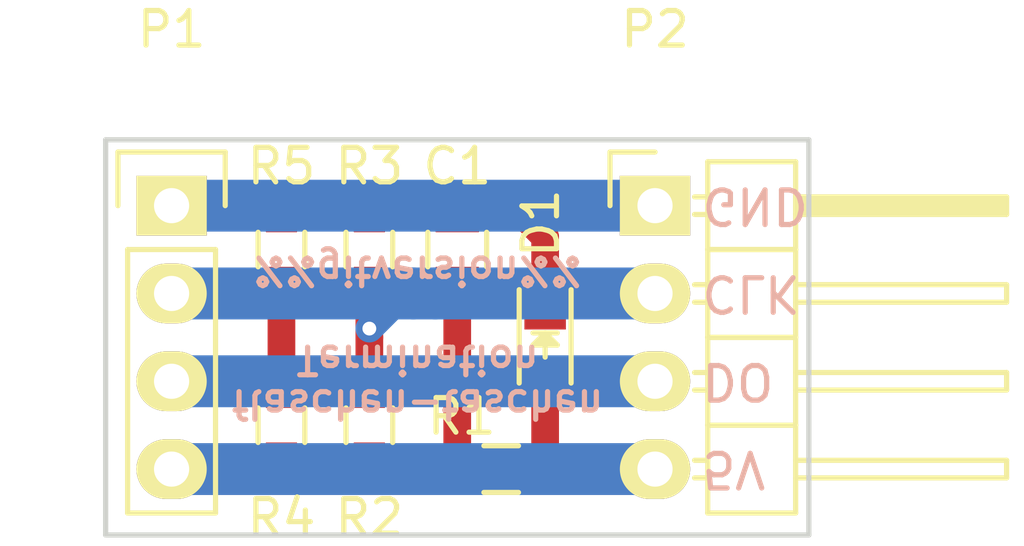
<source format=kicad_pcb>
(kicad_pcb (version 4) (host pcbnew "(2016-01-05 BZR 6425, Git 89c183f)-product")

  (general
    (links 17)
    (no_connects 3)
    (area 147.244999 95.174999 167.715001 106.755001)
    (thickness 1.6)
    (drawings 9)
    (tracks 35)
    (zones 0)
    (modules 9)
    (nets 6)
  )

  (page A4)
  (layers
    (0 F.Cu signal)
    (31 B.Cu signal)
    (32 B.Adhes user)
    (33 F.Adhes user)
    (34 B.Paste user)
    (35 F.Paste user)
    (36 B.SilkS user)
    (37 F.SilkS user)
    (38 B.Mask user)
    (39 F.Mask user)
    (40 Dwgs.User user)
    (41 Cmts.User user)
    (42 Eco1.User user)
    (43 Eco2.User user)
    (44 Edge.Cuts user)
    (45 Margin user)
    (46 B.CrtYd user)
    (47 F.CrtYd user)
    (48 B.Fab user)
    (49 F.Fab user)
  )

  (setup
    (last_trace_width 0.8)
    (user_trace_width 1.5)
    (trace_clearance 0.2)
    (zone_clearance 0.508)
    (zone_45_only no)
    (trace_min 0.2)
    (segment_width 0.2)
    (edge_width 0.15)
    (via_size 0.6)
    (via_drill 0.4)
    (via_min_size 0.4)
    (via_min_drill 0.3)
    (uvia_size 0.3)
    (uvia_drill 0.1)
    (uvias_allowed no)
    (uvia_min_size 0.2)
    (uvia_min_drill 0.1)
    (pcb_text_width 0.3)
    (pcb_text_size 1.5 1.5)
    (mod_edge_width 0.15)
    (mod_text_size 1 1)
    (mod_text_width 0.15)
    (pad_size 1.524 1.524)
    (pad_drill 0.762)
    (pad_to_mask_clearance 0.2)
    (aux_axis_origin 0 0)
    (visible_elements FFFEFF7F)
    (pcbplotparams
      (layerselection 0x00030_ffffffff)
      (usegerberextensions false)
      (excludeedgelayer true)
      (linewidth 0.100000)
      (plotframeref false)
      (viasonmask false)
      (mode 1)
      (useauxorigin false)
      (hpglpennumber 1)
      (hpglpenspeed 20)
      (hpglpendiameter 15)
      (hpglpenoverlay 2)
      (psnegative false)
      (psa4output false)
      (plotreference true)
      (plotvalue true)
      (plotinvisibletext false)
      (padsonsilk false)
      (subtractmaskfromsilk false)
      (outputformat 1)
      (mirror false)
      (drillshape 1)
      (scaleselection 1)
      (outputdirectory ""))
  )

  (net 0 "")
  (net 1 "Net-(D1-Pad2)")
  (net 2 /+5V)
  (net 3 /D1)
  (net 4 /GND)
  (net 5 /D0)

  (net_class Default "This is the default net class."
    (clearance 0.2)
    (trace_width 0.8)
    (via_dia 0.6)
    (via_drill 0.4)
    (uvia_dia 0.3)
    (uvia_drill 0.1)
    (add_net /+5V)
    (add_net /D0)
    (add_net /D1)
    (add_net /GND)
    (add_net "Net-(D1-Pad2)")
  )

  (module Resistors_SMD:R_0603_HandSoldering (layer F.Cu) (tedit 5418A00F) (tstamp 56C2ADB3)
    (at 158.75 104.775 180)
    (descr "Resistor SMD 0603, hand soldering")
    (tags "resistor 0603")
    (path /56C28AA5)
    (attr smd)
    (fp_text reference R1 (at 1.143 1.524 180) (layer F.SilkS)
      (effects (font (size 1 1) (thickness 0.15)))
    )
    (fp_text value 180 (at 0 1.9 180) (layer F.Fab)
      (effects (font (size 1 1) (thickness 0.15)))
    )
    (fp_line (start -2 -0.8) (end 2 -0.8) (layer F.CrtYd) (width 0.05))
    (fp_line (start -2 0.8) (end 2 0.8) (layer F.CrtYd) (width 0.05))
    (fp_line (start -2 -0.8) (end -2 0.8) (layer F.CrtYd) (width 0.05))
    (fp_line (start 2 -0.8) (end 2 0.8) (layer F.CrtYd) (width 0.05))
    (fp_line (start 0.5 0.675) (end -0.5 0.675) (layer F.SilkS) (width 0.15))
    (fp_line (start -0.5 -0.675) (end 0.5 -0.675) (layer F.SilkS) (width 0.15))
    (pad 1 smd rect (at -1.1 0 180) (size 1.2 0.9) (layers F.Cu F.Paste F.Mask)
      (net 1 "Net-(D1-Pad2)"))
    (pad 2 smd rect (at 1.1 0 180) (size 1.2 0.9) (layers F.Cu F.Paste F.Mask)
      (net 2 /+5V))
    (model Resistors_SMD.3dshapes/R_0603_HandSoldering.wrl
      (at (xyz 0 0 0))
      (scale (xyz 1 1 1))
      (rotate (xyz 0 0 0))
    )
  )

  (module Resistors_SMD:R_0603_HandSoldering (layer F.Cu) (tedit 5418A00F) (tstamp 56C2ADBF)
    (at 154.94 103.505 90)
    (descr "Resistor SMD 0603, hand soldering")
    (tags "resistor 0603")
    (path /56C2874D)
    (attr smd)
    (fp_text reference R2 (at -2.667 0 180) (layer F.SilkS)
      (effects (font (size 1 1) (thickness 0.15)))
    )
    (fp_text value R (at 0 1.9 90) (layer F.Fab)
      (effects (font (size 1 1) (thickness 0.15)))
    )
    (fp_line (start -2 -0.8) (end 2 -0.8) (layer F.CrtYd) (width 0.05))
    (fp_line (start -2 0.8) (end 2 0.8) (layer F.CrtYd) (width 0.05))
    (fp_line (start -2 -0.8) (end -2 0.8) (layer F.CrtYd) (width 0.05))
    (fp_line (start 2 -0.8) (end 2 0.8) (layer F.CrtYd) (width 0.05))
    (fp_line (start 0.5 0.675) (end -0.5 0.675) (layer F.SilkS) (width 0.15))
    (fp_line (start -0.5 -0.675) (end 0.5 -0.675) (layer F.SilkS) (width 0.15))
    (pad 1 smd rect (at -1.1 0 90) (size 1.2 0.9) (layers F.Cu F.Paste F.Mask)
      (net 2 /+5V))
    (pad 2 smd rect (at 1.1 0 90) (size 1.2 0.9) (layers F.Cu F.Paste F.Mask)
      (net 3 /D1))
    (model Resistors_SMD.3dshapes/R_0603_HandSoldering.wrl
      (at (xyz 0 0 0))
      (scale (xyz 1 1 1))
      (rotate (xyz 0 0 0))
    )
  )

  (module Resistors_SMD:R_0603_HandSoldering (layer F.Cu) (tedit 5418A00F) (tstamp 56C2ADCB)
    (at 154.94 98.425 90)
    (descr "Resistor SMD 0603, hand soldering")
    (tags "resistor 0603")
    (path /56C289B6)
    (attr smd)
    (fp_text reference R3 (at 2.413 0 360) (layer F.SilkS)
      (effects (font (size 1 1) (thickness 0.15)))
    )
    (fp_text value R (at 0 1.9 90) (layer F.Fab)
      (effects (font (size 1 1) (thickness 0.15)))
    )
    (fp_line (start -2 -0.8) (end 2 -0.8) (layer F.CrtYd) (width 0.05))
    (fp_line (start -2 0.8) (end 2 0.8) (layer F.CrtYd) (width 0.05))
    (fp_line (start -2 -0.8) (end -2 0.8) (layer F.CrtYd) (width 0.05))
    (fp_line (start 2 -0.8) (end 2 0.8) (layer F.CrtYd) (width 0.05))
    (fp_line (start 0.5 0.675) (end -0.5 0.675) (layer F.SilkS) (width 0.15))
    (fp_line (start -0.5 -0.675) (end 0.5 -0.675) (layer F.SilkS) (width 0.15))
    (pad 1 smd rect (at -1.1 0 90) (size 1.2 0.9) (layers F.Cu F.Paste F.Mask)
      (net 3 /D1))
    (pad 2 smd rect (at 1.1 0 90) (size 1.2 0.9) (layers F.Cu F.Paste F.Mask)
      (net 4 /GND))
    (model Resistors_SMD.3dshapes/R_0603_HandSoldering.wrl
      (at (xyz 0 0 0))
      (scale (xyz 1 1 1))
      (rotate (xyz 0 0 0))
    )
  )

  (module Resistors_SMD:R_0603_HandSoldering (layer F.Cu) (tedit 5418A00F) (tstamp 56C2ADD7)
    (at 152.4 103.505 90)
    (descr "Resistor SMD 0603, hand soldering")
    (tags "resistor 0603")
    (path /56C28A01)
    (attr smd)
    (fp_text reference R4 (at -2.667 0 180) (layer F.SilkS)
      (effects (font (size 1 1) (thickness 0.15)))
    )
    (fp_text value R (at 0 1.9 90) (layer F.Fab)
      (effects (font (size 1 1) (thickness 0.15)))
    )
    (fp_line (start -2 -0.8) (end 2 -0.8) (layer F.CrtYd) (width 0.05))
    (fp_line (start -2 0.8) (end 2 0.8) (layer F.CrtYd) (width 0.05))
    (fp_line (start -2 -0.8) (end -2 0.8) (layer F.CrtYd) (width 0.05))
    (fp_line (start 2 -0.8) (end 2 0.8) (layer F.CrtYd) (width 0.05))
    (fp_line (start 0.5 0.675) (end -0.5 0.675) (layer F.SilkS) (width 0.15))
    (fp_line (start -0.5 -0.675) (end 0.5 -0.675) (layer F.SilkS) (width 0.15))
    (pad 1 smd rect (at -1.1 0 90) (size 1.2 0.9) (layers F.Cu F.Paste F.Mask)
      (net 2 /+5V))
    (pad 2 smd rect (at 1.1 0 90) (size 1.2 0.9) (layers F.Cu F.Paste F.Mask)
      (net 5 /D0))
    (model Resistors_SMD.3dshapes/R_0603_HandSoldering.wrl
      (at (xyz 0 0 0))
      (scale (xyz 1 1 1))
      (rotate (xyz 0 0 0))
    )
  )

  (module Resistors_SMD:R_0603_HandSoldering (layer F.Cu) (tedit 5418A00F) (tstamp 56C2ADE3)
    (at 152.4 98.425 90)
    (descr "Resistor SMD 0603, hand soldering")
    (tags "resistor 0603")
    (path /56C289DA)
    (attr smd)
    (fp_text reference R5 (at 2.413 0 180) (layer F.SilkS)
      (effects (font (size 1 1) (thickness 0.15)))
    )
    (fp_text value R (at 0 1.9 90) (layer F.Fab)
      (effects (font (size 1 1) (thickness 0.15)))
    )
    (fp_line (start -2 -0.8) (end 2 -0.8) (layer F.CrtYd) (width 0.05))
    (fp_line (start -2 0.8) (end 2 0.8) (layer F.CrtYd) (width 0.05))
    (fp_line (start -2 -0.8) (end -2 0.8) (layer F.CrtYd) (width 0.05))
    (fp_line (start 2 -0.8) (end 2 0.8) (layer F.CrtYd) (width 0.05))
    (fp_line (start 0.5 0.675) (end -0.5 0.675) (layer F.SilkS) (width 0.15))
    (fp_line (start -0.5 -0.675) (end 0.5 -0.675) (layer F.SilkS) (width 0.15))
    (pad 1 smd rect (at -1.1 0 90) (size 1.2 0.9) (layers F.Cu F.Paste F.Mask)
      (net 5 /D0))
    (pad 2 smd rect (at 1.1 0 90) (size 1.2 0.9) (layers F.Cu F.Paste F.Mask)
      (net 4 /GND))
    (model Resistors_SMD.3dshapes/R_0603_HandSoldering.wrl
      (at (xyz 0 0 0))
      (scale (xyz 1 1 1))
      (rotate (xyz 0 0 0))
    )
  )

  (module Capacitors_SMD:C_0805 (layer F.Cu) (tedit 5415D6EA) (tstamp 56C4A57C)
    (at 157.48 98.425 270)
    (descr "Capacitor SMD 0805, reflow soldering, AVX (see smccp.pdf)")
    (tags "capacitor 0805")
    (path /56C28BAF)
    (attr smd)
    (fp_text reference C1 (at -2.413 0 360) (layer F.SilkS)
      (effects (font (size 1 1) (thickness 0.15)))
    )
    (fp_text value 100n (at 0 2.1 270) (layer F.Fab)
      (effects (font (size 1 1) (thickness 0.15)))
    )
    (fp_line (start -1.8 -1) (end 1.8 -1) (layer F.CrtYd) (width 0.05))
    (fp_line (start -1.8 1) (end 1.8 1) (layer F.CrtYd) (width 0.05))
    (fp_line (start -1.8 -1) (end -1.8 1) (layer F.CrtYd) (width 0.05))
    (fp_line (start 1.8 -1) (end 1.8 1) (layer F.CrtYd) (width 0.05))
    (fp_line (start 0.5 -0.85) (end -0.5 -0.85) (layer F.SilkS) (width 0.15))
    (fp_line (start -0.5 0.85) (end 0.5 0.85) (layer F.SilkS) (width 0.15))
    (pad 1 smd rect (at -1 0 270) (size 1 1.25) (layers F.Cu F.Paste F.Mask)
      (net 4 /GND))
    (pad 2 smd rect (at 1 0 270) (size 1 1.25) (layers F.Cu F.Paste F.Mask)
      (net 2 /+5V))
    (model Capacitors_SMD.3dshapes/C_0805.wrl
      (at (xyz 0 0 0))
      (scale (xyz 1 1 1))
      (rotate (xyz 0 0 0))
    )
  )

  (module LEDs:LED-0805 (layer F.Cu) (tedit 55BDE1C2) (tstamp 56C4A58F)
    (at 160.02 101.18598 270)
    (descr "LED 0805 smd package")
    (tags "LED 0805 SMD")
    (path /56C28A27)
    (attr smd)
    (fp_text reference D1 (at -3.52298 0.127 270) (layer F.SilkS)
      (effects (font (size 1 1) (thickness 0.15)))
    )
    (fp_text value LED (at 0 1.75 270) (layer F.Fab)
      (effects (font (size 1 1) (thickness 0.15)))
    )
    (fp_line (start -1.6 0.75) (end 1.1 0.75) (layer F.SilkS) (width 0.15))
    (fp_line (start -1.6 -0.75) (end 1.1 -0.75) (layer F.SilkS) (width 0.15))
    (fp_line (start -0.1 0.15) (end -0.1 -0.1) (layer F.SilkS) (width 0.15))
    (fp_line (start -0.1 -0.1) (end -0.25 0.05) (layer F.SilkS) (width 0.15))
    (fp_line (start -0.35 -0.35) (end -0.35 0.35) (layer F.SilkS) (width 0.15))
    (fp_line (start 0 0) (end 0.35 0) (layer F.SilkS) (width 0.15))
    (fp_line (start -0.35 0) (end 0 -0.35) (layer F.SilkS) (width 0.15))
    (fp_line (start 0 -0.35) (end 0 0.35) (layer F.SilkS) (width 0.15))
    (fp_line (start 0 0.35) (end -0.35 0) (layer F.SilkS) (width 0.15))
    (fp_line (start 1.9 -0.95) (end 1.9 0.95) (layer F.CrtYd) (width 0.05))
    (fp_line (start 1.9 0.95) (end -1.9 0.95) (layer F.CrtYd) (width 0.05))
    (fp_line (start -1.9 0.95) (end -1.9 -0.95) (layer F.CrtYd) (width 0.05))
    (fp_line (start -1.9 -0.95) (end 1.9 -0.95) (layer F.CrtYd) (width 0.05))
    (pad 2 smd rect (at 1.04902 0 90) (size 1.19888 1.19888) (layers F.Cu F.Paste F.Mask)
      (net 1 "Net-(D1-Pad2)"))
    (pad 1 smd rect (at -1.04902 0 90) (size 1.19888 1.19888) (layers F.Cu F.Paste F.Mask)
      (net 4 /GND))
    (model LEDs.3dshapes/LED-0805.wrl
      (at (xyz 0 0 0))
      (scale (xyz 1 1 1))
      (rotate (xyz 0 0 0))
    )
  )

  (module Pin_Headers:Pin_Header_Straight_1x04 (layer F.Cu) (tedit 0) (tstamp 56C4A5A2)
    (at 149.225 97.155)
    (descr "Through hole pin header")
    (tags "pin header")
    (path /56C285EB)
    (fp_text reference P1 (at 0 -5.1) (layer F.SilkS)
      (effects (font (size 1 1) (thickness 0.15)))
    )
    (fp_text value CONN_01X04 (at 0 -3.1) (layer F.Fab)
      (effects (font (size 1 1) (thickness 0.15)))
    )
    (fp_line (start -1.75 -1.75) (end -1.75 9.4) (layer F.CrtYd) (width 0.05))
    (fp_line (start 1.75 -1.75) (end 1.75 9.4) (layer F.CrtYd) (width 0.05))
    (fp_line (start -1.75 -1.75) (end 1.75 -1.75) (layer F.CrtYd) (width 0.05))
    (fp_line (start -1.75 9.4) (end 1.75 9.4) (layer F.CrtYd) (width 0.05))
    (fp_line (start -1.27 1.27) (end -1.27 8.89) (layer F.SilkS) (width 0.15))
    (fp_line (start 1.27 1.27) (end 1.27 8.89) (layer F.SilkS) (width 0.15))
    (fp_line (start 1.55 -1.55) (end 1.55 0) (layer F.SilkS) (width 0.15))
    (fp_line (start -1.27 8.89) (end 1.27 8.89) (layer F.SilkS) (width 0.15))
    (fp_line (start 1.27 1.27) (end -1.27 1.27) (layer F.SilkS) (width 0.15))
    (fp_line (start -1.55 0) (end -1.55 -1.55) (layer F.SilkS) (width 0.15))
    (fp_line (start -1.55 -1.55) (end 1.55 -1.55) (layer F.SilkS) (width 0.15))
    (pad 1 thru_hole rect (at 0 0) (size 2.032 1.7272) (drill 1.016) (layers *.Cu *.Mask F.SilkS)
      (net 4 /GND))
    (pad 2 thru_hole oval (at 0 2.54) (size 2.032 1.7272) (drill 1.016) (layers *.Cu *.Mask F.SilkS)
      (net 3 /D1))
    (pad 3 thru_hole oval (at 0 5.08) (size 2.032 1.7272) (drill 1.016) (layers *.Cu *.Mask F.SilkS)
      (net 5 /D0))
    (pad 4 thru_hole oval (at 0 7.62) (size 2.032 1.7272) (drill 1.016) (layers *.Cu *.Mask F.SilkS)
      (net 2 /+5V))
    (model Pin_Headers.3dshapes/Pin_Header_Straight_1x04.wrl
      (at (xyz 0 -0.15 0))
      (scale (xyz 1 1 1))
      (rotate (xyz 0 0 90))
    )
  )

  (module Pin_Headers:Pin_Header_Angled_1x04 (layer F.Cu) (tedit 0) (tstamp 56C4A5D9)
    (at 163.195 97.155)
    (descr "Through hole pin header")
    (tags "pin header")
    (path /56C286C4)
    (fp_text reference P2 (at 0 -5.1) (layer F.SilkS)
      (effects (font (size 1 1) (thickness 0.15)))
    )
    (fp_text value CONN_01X04 (at 0 -3.1) (layer F.Fab)
      (effects (font (size 1 1) (thickness 0.15)))
    )
    (fp_line (start -1.5 -1.75) (end -1.5 9.4) (layer F.CrtYd) (width 0.05))
    (fp_line (start 10.65 -1.75) (end 10.65 9.4) (layer F.CrtYd) (width 0.05))
    (fp_line (start -1.5 -1.75) (end 10.65 -1.75) (layer F.CrtYd) (width 0.05))
    (fp_line (start -1.5 9.4) (end 10.65 9.4) (layer F.CrtYd) (width 0.05))
    (fp_line (start -1.3 -1.55) (end -1.3 0) (layer F.SilkS) (width 0.15))
    (fp_line (start 0 -1.55) (end -1.3 -1.55) (layer F.SilkS) (width 0.15))
    (fp_line (start 4.191 -0.127) (end 10.033 -0.127) (layer F.SilkS) (width 0.15))
    (fp_line (start 10.033 -0.127) (end 10.033 0.127) (layer F.SilkS) (width 0.15))
    (fp_line (start 10.033 0.127) (end 4.191 0.127) (layer F.SilkS) (width 0.15))
    (fp_line (start 4.191 0.127) (end 4.191 0) (layer F.SilkS) (width 0.15))
    (fp_line (start 4.191 0) (end 10.033 0) (layer F.SilkS) (width 0.15))
    (fp_line (start 1.524 -0.254) (end 1.143 -0.254) (layer F.SilkS) (width 0.15))
    (fp_line (start 1.524 0.254) (end 1.143 0.254) (layer F.SilkS) (width 0.15))
    (fp_line (start 1.524 2.286) (end 1.143 2.286) (layer F.SilkS) (width 0.15))
    (fp_line (start 1.524 2.794) (end 1.143 2.794) (layer F.SilkS) (width 0.15))
    (fp_line (start 1.524 4.826) (end 1.143 4.826) (layer F.SilkS) (width 0.15))
    (fp_line (start 1.524 5.334) (end 1.143 5.334) (layer F.SilkS) (width 0.15))
    (fp_line (start 1.524 7.874) (end 1.143 7.874) (layer F.SilkS) (width 0.15))
    (fp_line (start 1.524 7.366) (end 1.143 7.366) (layer F.SilkS) (width 0.15))
    (fp_line (start 1.524 -1.27) (end 4.064 -1.27) (layer F.SilkS) (width 0.15))
    (fp_line (start 1.524 1.27) (end 4.064 1.27) (layer F.SilkS) (width 0.15))
    (fp_line (start 1.524 1.27) (end 1.524 3.81) (layer F.SilkS) (width 0.15))
    (fp_line (start 1.524 3.81) (end 4.064 3.81) (layer F.SilkS) (width 0.15))
    (fp_line (start 4.064 2.286) (end 10.16 2.286) (layer F.SilkS) (width 0.15))
    (fp_line (start 10.16 2.286) (end 10.16 2.794) (layer F.SilkS) (width 0.15))
    (fp_line (start 10.16 2.794) (end 4.064 2.794) (layer F.SilkS) (width 0.15))
    (fp_line (start 4.064 3.81) (end 4.064 1.27) (layer F.SilkS) (width 0.15))
    (fp_line (start 4.064 1.27) (end 4.064 -1.27) (layer F.SilkS) (width 0.15))
    (fp_line (start 10.16 0.254) (end 4.064 0.254) (layer F.SilkS) (width 0.15))
    (fp_line (start 10.16 -0.254) (end 10.16 0.254) (layer F.SilkS) (width 0.15))
    (fp_line (start 4.064 -0.254) (end 10.16 -0.254) (layer F.SilkS) (width 0.15))
    (fp_line (start 1.524 1.27) (end 4.064 1.27) (layer F.SilkS) (width 0.15))
    (fp_line (start 1.524 -1.27) (end 1.524 1.27) (layer F.SilkS) (width 0.15))
    (fp_line (start 1.524 6.35) (end 4.064 6.35) (layer F.SilkS) (width 0.15))
    (fp_line (start 1.524 6.35) (end 1.524 8.89) (layer F.SilkS) (width 0.15))
    (fp_line (start 1.524 8.89) (end 4.064 8.89) (layer F.SilkS) (width 0.15))
    (fp_line (start 4.064 7.366) (end 10.16 7.366) (layer F.SilkS) (width 0.15))
    (fp_line (start 10.16 7.366) (end 10.16 7.874) (layer F.SilkS) (width 0.15))
    (fp_line (start 10.16 7.874) (end 4.064 7.874) (layer F.SilkS) (width 0.15))
    (fp_line (start 4.064 8.89) (end 4.064 6.35) (layer F.SilkS) (width 0.15))
    (fp_line (start 4.064 6.35) (end 4.064 3.81) (layer F.SilkS) (width 0.15))
    (fp_line (start 10.16 5.334) (end 4.064 5.334) (layer F.SilkS) (width 0.15))
    (fp_line (start 10.16 4.826) (end 10.16 5.334) (layer F.SilkS) (width 0.15))
    (fp_line (start 4.064 4.826) (end 10.16 4.826) (layer F.SilkS) (width 0.15))
    (fp_line (start 1.524 6.35) (end 4.064 6.35) (layer F.SilkS) (width 0.15))
    (fp_line (start 1.524 3.81) (end 1.524 6.35) (layer F.SilkS) (width 0.15))
    (fp_line (start 1.524 3.81) (end 4.064 3.81) (layer F.SilkS) (width 0.15))
    (pad 1 thru_hole rect (at 0 0) (size 2.032 1.7272) (drill 1.016) (layers *.Cu *.Mask F.SilkS)
      (net 4 /GND))
    (pad 2 thru_hole oval (at 0 2.54) (size 2.032 1.7272) (drill 1.016) (layers *.Cu *.Mask F.SilkS)
      (net 3 /D1))
    (pad 3 thru_hole oval (at 0 5.08) (size 2.032 1.7272) (drill 1.016) (layers *.Cu *.Mask F.SilkS)
      (net 5 /D0))
    (pad 4 thru_hole oval (at 0 7.62) (size 2.032 1.7272) (drill 1.016) (layers *.Cu *.Mask F.SilkS)
      (net 2 /+5V))
    (model Pin_Headers.3dshapes/Pin_Header_Angled_1x04.wrl
      (at (xyz 0 -0.15 0))
      (scale (xyz 1 1 1))
      (rotate (xyz 0 0 90))
    )
  )

  (gr_text "GND\n" (at 164.465 97.155 180) (layer B.SilkS) (tstamp 56C4ABAC)
    (effects (font (size 1 1) (thickness 0.15)) (justify left mirror))
  )
  (gr_text 5V (at 164.465 104.775 180) (layer B.SilkS) (tstamp 56C4ABA9)
    (effects (font (size 1 1) (thickness 0.15)) (justify left mirror))
  )
  (gr_text DO (at 164.465 102.235 180) (layer B.SilkS) (tstamp 56C4ABA8)
    (effects (font (size 1 1) (thickness 0.15)) (justify left mirror))
  )
  (gr_text CLK (at 164.465 99.695 180) (layer B.SilkS) (tstamp 56C4AB9F)
    (effects (font (size 1 1) (thickness 0.15)) (justify left mirror))
  )
  (gr_text "flaschen-taschen\nTermination\n\n%%gitversion%%" (at 156.337 100.965 180) (layer B.SilkS)
    (effects (font (size 0.8 0.8) (thickness 0.15)) (justify mirror))
  )
  (gr_line (start 147.32 106.68) (end 147.32 95.25) (layer Edge.Cuts) (width 0.15))
  (gr_line (start 167.64 106.68) (end 147.32 106.68) (layer Edge.Cuts) (width 0.15))
  (gr_line (start 167.64 95.25) (end 167.64 106.68) (layer Edge.Cuts) (width 0.15))
  (gr_line (start 147.32 95.25) (end 167.64 95.25) (layer Edge.Cuts) (width 0.15))

  (segment (start 160.02 102.235) (end 160.02 104.605) (width 0.8) (layer F.Cu) (net 1))
  (segment (start 160.02 104.605) (end 159.85 104.775) (width 0.8) (layer F.Cu) (net 1))
  (segment (start 157.48 99.425) (end 157.48 104.605) (width 0.8) (layer F.Cu) (net 2))
  (segment (start 157.48 104.605) (end 157.65 104.775) (width 0.8) (layer F.Cu) (net 2))
  (segment (start 154.94 104.605) (end 157.48 104.605) (width 0.8) (layer F.Cu) (net 2))
  (segment (start 152.4 104.605) (end 154.94 104.605) (width 0.8) (layer F.Cu) (net 2))
  (segment (start 149.225 104.775) (end 152.23 104.775) (width 0.8) (layer F.Cu) (net 2))
  (segment (start 152.23 104.775) (end 152.4 104.605) (width 0.8) (layer F.Cu) (net 2) (tstamp 56C4AA0F))
  (segment (start 149.225 104.775) (end 163.195 104.775) (width 1.5) (layer B.Cu) (net 2))
  (segment (start 154.94 100.711) (end 155.956 99.695) (width 0.8) (layer B.Cu) (net 3))
  (segment (start 155.956 99.695) (end 156.21 99.695) (width 0.8) (layer B.Cu) (net 3))
  (segment (start 149.225 99.695) (end 156.21 99.695) (width 1.5) (layer B.Cu) (net 3))
  (segment (start 156.21 99.695) (end 156.845 99.695) (width 1.5) (layer B.Cu) (net 3))
  (segment (start 154.94 100.965) (end 154.94 102.405) (width 0.8) (layer F.Cu) (net 3))
  (segment (start 154.94 99.525) (end 154.94 100.965) (width 0.8) (layer F.Cu) (net 3))
  (via (at 154.94 100.711) (size 0.6) (drill 0.4) (layers F.Cu B.Cu) (net 3))
  (segment (start 156.845 99.695) (end 163.195 99.695) (width 1.5) (layer B.Cu) (net 3) (tstamp 56C4AA27))
  (segment (start 159.385 97.425) (end 160.02 98.06) (width 0.8) (layer F.Cu) (net 4))
  (segment (start 160.02 98.06) (end 160.02 100.13696) (width 0.8) (layer F.Cu) (net 4))
  (segment (start 155.04 97.425) (end 159.385 97.425) (width 0.8) (layer F.Cu) (net 4))
  (segment (start 159.385 97.425) (end 162.925 97.425) (width 0.8) (layer F.Cu) (net 4))
  (segment (start 157.48 97.425) (end 157.605 97.425) (width 0.8) (layer F.Cu) (net 4))
  (segment (start 157.605 97.425) (end 159.385 97.425) (width 0.8) (layer F.Cu) (net 4))
  (segment (start 158.75 97.425) (end 162.925 97.425) (width 0.8) (layer F.Cu) (net 4))
  (segment (start 162.925 97.425) (end 163.195 97.155) (width 0.8) (layer F.Cu) (net 4) (tstamp 56C4AA2A))
  (segment (start 149.225 97.155) (end 152.23 97.155) (width 0.8) (layer F.Cu) (net 4))
  (segment (start 152.23 97.155) (end 152.4 97.325) (width 0.8) (layer F.Cu) (net 4) (tstamp 56C4AA16))
  (segment (start 152.4 97.325) (end 154.94 97.325) (width 0.8) (layer F.Cu) (net 4) (tstamp 56C4AA17))
  (segment (start 154.94 97.325) (end 155.04 97.425) (width 0.8) (layer F.Cu) (net 4) (tstamp 56C4AA18))
  (segment (start 162.925 97.425) (end 163.195 97.155) (width 0.8) (layer F.Cu) (net 4) (tstamp 56C4AA1A))
  (segment (start 149.225 97.155) (end 163.195 97.155) (width 1.5) (layer B.Cu) (net 4))
  (segment (start 152.4 99.525) (end 152.4 102.405) (width 0.8) (layer F.Cu) (net 5))
  (segment (start 152.4 102.405) (end 152.23 102.235) (width 0.8) (layer F.Cu) (net 5) (tstamp 56C4AA1D))
  (segment (start 152.23 102.235) (end 149.225 102.235) (width 0.8) (layer F.Cu) (net 5) (tstamp 56C4AA1E))
  (segment (start 149.225 102.235) (end 163.195 102.235) (width 1.5) (layer B.Cu) (net 5))

)

</source>
